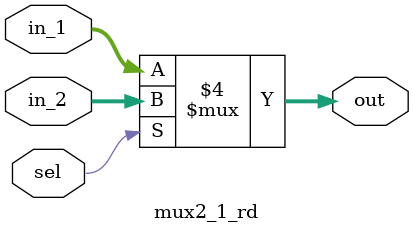
<source format=v>
module mux2_1_rd(
input  wire [31:0] in_1, 
input  wire [31:0] in_2,
input  wire         sel,
output reg [31:0] out);

always@(*)
begin  
	out = in_1;
	if(sel==1'b1)
	 out = in_2;
  
end
endmodule


</source>
